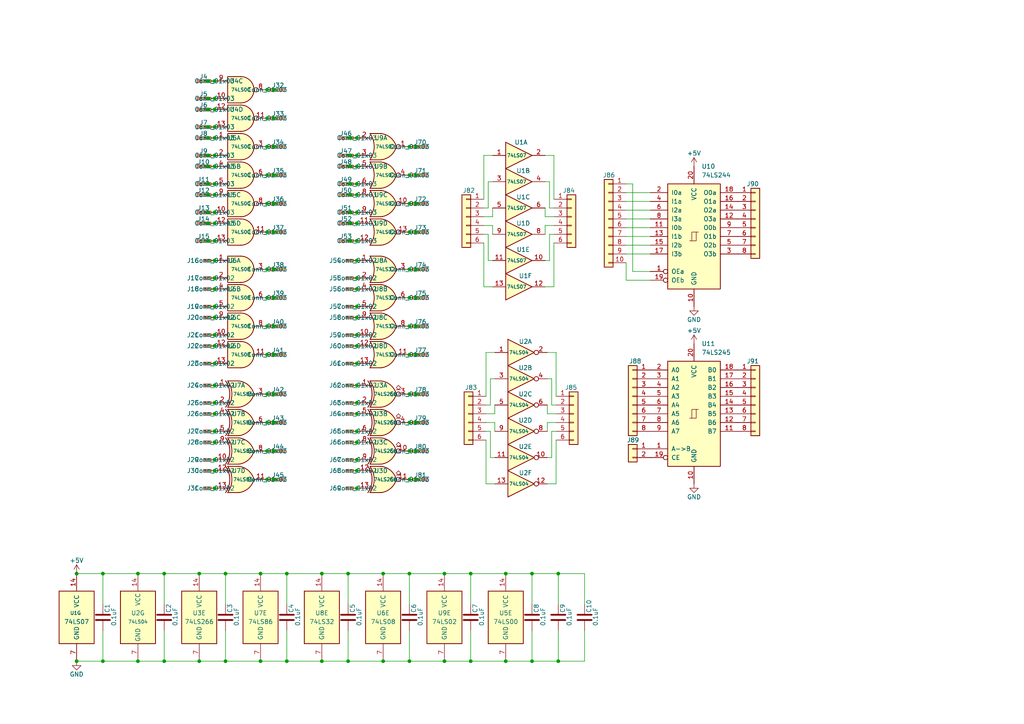
<source format=kicad_sch>
(kicad_sch (version 20231120) (generator "eeschema") (generator_version "8.0")
  (paper "A4")
  (junction (at 118.745 102.87))
  (junction (at 62.23 97.155))
  (junction (at 120.65 102.87))
  (junction (at 120.65 139.065))
  (junction (at 62.23 83.82))
  (junction (at 118.745 139.065))
  (junction (at 65.405 191.77))
  (junction (at 103.505 61.595))
  (junction (at 62.23 116.84))
  (junction (at 118.745 166.37))
  (junction (at 57.785 191.77))
  (junction (at 60.325 40.005))
  (junction (at 77.47 34.29))
  (junction (at 75.565 191.77))
  (junction (at 128.905 166.37))
  (junction (at 103.505 48.26))
  (junction (at 62.23 23.495))
  (junction (at 62.23 36.83))
  (junction (at 62.23 45.085))
  (junction (at 101.6 61.595))
  (junction (at 120.65 114.3))
  (junction (at 103.505 97.155))
  (junction (at 79.375 102.87))
  (junction (at 103.505 100.33))
  (junction (at 77.47 94.615))
  (junction (at 103.505 125.095))
  (junction (at 62.23 64.77))
  (junction (at 77.47 59.055))
  (junction (at 60.325 48.26))
  (junction (at 154.305 166.37))
  (junction (at 101.6 56.515))
  (junction (at 100.965 191.77))
  (junction (at 83.185 166.37))
  (junction (at 62.23 88.9))
  (junction (at 60.325 23.495))
  (junction (at 161.925 166.37))
  (junction (at 77.47 26.035))
  (junction (at 79.375 67.31))
  (junction (at 103.505 141.605))
  (junction (at 60.325 61.595))
  (junction (at 79.375 130.81))
  (junction (at 111.125 191.77))
  (junction (at 79.375 86.36))
  (junction (at 29.845 166.37))
  (junction (at 118.745 94.615))
  (junction (at 77.47 122.555))
  (junction (at 118.745 42.545))
  (junction (at 101.6 48.26))
  (junction (at 101.6 40.005))
  (junction (at 79.375 26.035))
  (junction (at 118.745 122.555))
  (junction (at 47.625 166.37))
  (junction (at 62.23 105.41))
  (junction (at 62.23 80.645))
  (junction (at 75.565 166.37))
  (junction (at 103.505 136.525))
  (junction (at 146.685 166.37))
  (junction (at 111.125 166.37))
  (junction (at 79.375 59.055))
  (junction (at 120.65 67.31))
  (junction (at 65.405 166.37))
  (junction (at 100.965 166.37))
  (junction (at 62.23 128.27))
  (junction (at 79.375 50.8))
  (junction (at 103.505 128.27))
  (junction (at 101.6 53.34))
  (junction (at 60.325 45.085))
  (junction (at 120.65 94.615))
  (junction (at 118.745 130.81))
  (junction (at 120.65 122.555))
  (junction (at 47.625 191.77))
  (junction (at 93.345 166.37))
  (junction (at 103.505 120.015))
  (junction (at 103.505 83.82))
  (junction (at 103.505 105.41))
  (junction (at 103.505 56.515))
  (junction (at 93.345 191.77))
  (junction (at 62.23 111.76))
  (junction (at 120.65 78.105))
  (junction (at 77.47 139.065))
  (junction (at 136.525 191.77))
  (junction (at 62.23 125.095))
  (junction (at 118.745 191.77))
  (junction (at 62.23 40.005))
  (junction (at 22.225 166.37))
  (junction (at 103.505 133.35))
  (junction (at 79.375 42.545))
  (junction (at 120.65 86.36))
  (junction (at 79.375 139.065))
  (junction (at 62.23 31.75))
  (junction (at 118.745 114.3))
  (junction (at 60.325 31.75))
  (junction (at 79.375 78.105))
  (junction (at 60.325 56.515))
  (junction (at 62.23 92.075))
  (junction (at 103.505 92.075))
  (junction (at 62.23 75.565))
  (junction (at 101.6 64.77))
  (junction (at 77.47 86.36))
  (junction (at 62.23 100.33))
  (junction (at 29.845 191.77))
  (junction (at 22.225 191.77))
  (junction (at 120.65 130.81))
  (junction (at 40.005 166.37))
  (junction (at 62.23 61.595))
  (junction (at 60.325 69.85))
  (junction (at 146.685 191.77))
  (junction (at 154.305 191.77))
  (junction (at 118.745 67.31))
  (junction (at 62.23 56.515))
  (junction (at 79.375 94.615))
  (junction (at 62.23 28.575))
  (junction (at 83.185 191.77))
  (junction (at 103.505 45.085))
  (junction (at 40.005 191.77))
  (junction (at 103.505 88.9))
  (junction (at 103.505 40.005))
  (junction (at 118.745 50.8))
  (junction (at 79.375 34.29))
  (junction (at 77.47 42.545))
  (junction (at 101.6 45.085))
  (junction (at 120.65 50.8))
  (junction (at 60.325 53.34))
  (junction (at 103.505 75.565))
  (junction (at 118.745 86.36))
  (junction (at 79.375 122.555))
  (junction (at 103.505 53.34))
  (junction (at 60.325 28.575))
  (junction (at 62.23 136.525))
  (junction (at 79.375 114.3))
  (junction (at 101.6 69.85))
  (junction (at 118.745 78.105))
  (junction (at 77.47 114.3))
  (junction (at 103.505 69.85))
  (junction (at 120.65 42.545))
  (junction (at 62.23 48.26))
  (junction (at 103.505 116.84))
  (junction (at 60.325 36.83))
  (junction (at 77.47 67.31))
  (junction (at 77.47 102.87))
  (junction (at 57.785 166.37))
  (junction (at 103.505 111.76))
  (junction (at 118.745 59.055))
  (junction (at 62.23 69.85))
  (junction (at 128.905 191.77))
  (junction (at 161.925 191.77))
  (junction (at 62.23 53.34))
  (junction (at 136.525 166.37))
  (junction (at 62.23 120.015))
  (junction (at 120.65 59.055))
  (junction (at 62.23 141.605))
  (junction (at 62.23 133.35))
  (junction (at 77.47 78.105))
  (junction (at 77.47 50.8))
  (junction (at 103.505 64.77))
  (junction (at 60.325 64.77))
  (junction (at 77.47 130.81))
  (junction (at 103.505 80.645))
  (wire (pts (xy 62.23 97.155) (xy 60.325 97.155)))
  (wire (pts (xy 62.23 136.525) (xy 60.325 136.525)))
  (wire (pts (xy 100.965 166.37) (xy 111.125 166.37)))
  (wire (pts (xy 169.545 166.37) (xy 161.925 166.37)))
  (wire (pts (xy 181.61 55.88) (xy 188.595 55.88)))
  (wire (pts (xy 136.525 166.37) (xy 136.525 175.26)))
  (wire (pts (xy 62.23 105.41) (xy 60.325 105.41)))
  (wire (pts (xy 58.42 23.495) (xy 60.325 23.495)))
  (wire (pts (xy 140.97 117.475) (xy 142.24 117.475)))
  (wire (pts (xy 81.28 26.035) (xy 79.375 26.035)))
  (wire (pts (xy 161.925 191.77) (xy 154.305 191.77)))
  (wire (pts (xy 62.23 128.27) (xy 60.325 128.27)))
  (wire (pts (xy 161.925 175.26) (xy 161.925 166.37)))
  (wire (pts (xy 128.905 166.37) (xy 136.525 166.37)))
  (wire (pts (xy 159.385 67.945) (xy 159.385 75.565)))
  (wire (pts (xy 75.565 166.37) (xy 83.185 166.37)))
  (wire (pts (xy 159.385 52.705) (xy 158.115 52.705)))
  (wire (pts (xy 58.42 45.085) (xy 60.325 45.085)))
  (wire (pts (xy 101.6 69.85) (xy 103.505 69.85)))
  (wire (pts (xy 120.65 59.055) (xy 118.745 59.055)))
  (wire (pts (xy 140.97 102.235) (xy 143.51 102.235)))
  (wire (pts (xy 140.97 125.095) (xy 142.24 125.095)))
  (wire (pts (xy 128.905 191.77) (xy 136.525 191.77)))
  (wire (pts (xy 101.6 56.515) (xy 103.505 56.515)))
  (wire (pts (xy 103.505 111.76) (xy 101.6 111.76)))
  (wire (pts (xy 122.555 78.105) (xy 120.65 78.105)))
  (wire (pts (xy 140.335 45.085) (xy 142.875 45.085)))
  (wire (pts (xy 79.375 122.555) (xy 77.47 122.555)))
  (wire (pts (xy 60.325 64.77) (xy 62.23 64.77)))
  (wire (pts (xy 160.02 109.855) (xy 158.75 109.855)))
  (wire (pts (xy 60.325 45.085) (xy 62.23 45.085)))
  (wire (pts (xy 160.655 70.485) (xy 160.655 83.185)))
  (wire (pts (xy 103.505 128.27) (xy 101.6 128.27)))
  (wire (pts (xy 60.325 28.575) (xy 62.23 28.575)))
  (wire (pts (xy 60.325 40.005) (xy 62.23 40.005)))
  (wire (pts (xy 169.545 182.88) (xy 169.545 191.77)))
  (wire (pts (xy 79.375 102.87) (xy 77.47 102.87)))
  (wire (pts (xy 79.375 78.105) (xy 77.47 78.105)))
  (wire (pts (xy 183.515 78.74) (xy 188.595 78.74)))
  (wire (pts (xy 161.29 117.475) (xy 160.02 117.475)))
  (wire (pts (xy 79.375 86.36) (xy 77.47 86.36)))
  (wire (pts (xy 158.75 117.475) (xy 158.75 120.015)))
  (wire (pts (xy 99.695 40.005) (xy 101.6 40.005)))
  (wire (pts (xy 103.505 133.35) (xy 101.6 133.35)))
  (wire (pts (xy 58.42 48.26) (xy 60.325 48.26)))
  (wire (pts (xy 158.115 65.405) (xy 158.115 67.945)))
  (wire (pts (xy 169.545 191.77) (xy 161.925 191.77)))
  (wire (pts (xy 29.845 166.37) (xy 40.005 166.37)))
  (wire (pts (xy 111.125 166.37) (xy 118.745 166.37)))
  (wire (pts (xy 136.525 191.77) (xy 146.685 191.77)))
  (wire (pts (xy 118.745 182.88) (xy 118.745 191.77)))
  (wire (pts (xy 93.345 166.37) (xy 100.965 166.37)))
  (wire (pts (xy 47.625 182.88) (xy 47.625 191.77)))
  (wire (pts (xy 65.405 166.37) (xy 75.565 166.37)))
  (wire (pts (xy 142.875 65.405) (xy 142.875 67.945)))
  (wire (pts (xy 154.305 191.77) (xy 146.685 191.77)))
  (wire (pts (xy 60.325 36.83) (xy 62.23 36.83)))
  (wire (pts (xy 81.28 94.615) (xy 79.375 94.615)))
  (wire (pts (xy 161.29 140.335) (xy 158.75 140.335)))
  (wire (pts (xy 161.29 102.235) (xy 158.75 102.235)))
  (wire (pts (xy 101.6 40.005) (xy 103.505 40.005)))
  (wire (pts (xy 120.65 114.3) (xy 118.745 114.3)))
  (wire (pts (xy 122.555 94.615) (xy 120.65 94.615)))
  (wire (pts (xy 122.555 86.36) (xy 120.65 86.36)))
  (wire (pts (xy 57.785 166.37) (xy 65.405 166.37)))
  (wire (pts (xy 81.28 67.31) (xy 79.375 67.31)))
  (wire (pts (xy 62.23 88.9) (xy 60.325 88.9)))
  (wire (pts (xy 122.555 130.81) (xy 120.65 130.81)))
  (wire (pts (xy 60.325 23.495) (xy 62.23 23.495)))
  (wire (pts (xy 183.515 53.34) (xy 183.515 78.74)))
  (wire (pts (xy 136.525 166.37) (xy 146.685 166.37)))
  (wire (pts (xy 160.655 83.185) (xy 158.115 83.185)))
  (wire (pts (xy 140.335 60.325) (xy 141.605 60.325)))
  (wire (pts (xy 120.65 50.8) (xy 118.745 50.8)))
  (wire (pts (xy 62.23 80.645) (xy 60.325 80.645)))
  (wire (pts (xy 62.23 92.075) (xy 60.325 92.075)))
  (wire (pts (xy 136.525 182.88) (xy 136.525 191.77)))
  (wire (pts (xy 99.695 48.26) (xy 101.6 48.26)))
  (wire (pts (xy 103.505 92.075) (xy 101.6 92.075)))
  (wire (pts (xy 154.305 166.37) (xy 146.685 166.37)))
  (wire (pts (xy 99.695 53.34) (xy 101.6 53.34)))
  (wire (pts (xy 160.655 67.945) (xy 159.385 67.945)))
  (wire (pts (xy 58.42 36.83) (xy 60.325 36.83)))
  (wire (pts (xy 62.23 120.015) (xy 60.325 120.015)))
  (wire (pts (xy 29.845 166.37) (xy 29.845 175.26)))
  (wire (pts (xy 47.625 191.77) (xy 57.785 191.77)))
  (wire (pts (xy 103.505 125.095) (xy 101.6 125.095)))
  (wire (pts (xy 99.695 45.085) (xy 101.6 45.085)))
  (wire (pts (xy 161.29 114.935) (xy 161.29 102.235)))
  (wire (pts (xy 81.28 122.555) (xy 79.375 122.555)))
  (wire (pts (xy 79.375 139.065) (xy 77.47 139.065)))
  (wire (pts (xy 141.605 60.325) (xy 141.605 52.705)))
  (wire (pts (xy 142.24 117.475) (xy 142.24 109.855)))
  (wire (pts (xy 103.505 105.41) (xy 101.6 105.41)))
  (wire (pts (xy 81.28 139.065) (xy 79.375 139.065)))
  (wire (pts (xy 143.51 117.475) (xy 143.51 120.015)))
  (wire (pts (xy 101.6 64.77) (xy 103.505 64.77)))
  (wire (pts (xy 118.745 166.37) (xy 128.905 166.37)))
  (wire (pts (xy 143.51 122.555) (xy 143.51 125.095)))
  (wire (pts (xy 142.24 109.855) (xy 143.51 109.855)))
  (wire (pts (xy 160.655 65.405) (xy 158.115 65.405)))
  (wire (pts (xy 40.005 191.77) (xy 47.625 191.77)))
  (wire (pts (xy 160.02 132.715) (xy 158.75 132.715)))
  (wire (pts (xy 101.6 48.26) (xy 103.505 48.26)))
  (wire (pts (xy 79.375 67.31) (xy 77.47 67.31)))
  (wire (pts (xy 79.375 50.8) (xy 77.47 50.8)))
  (wire (pts (xy 160.655 60.325) (xy 159.385 60.325)))
  (wire (pts (xy 81.28 114.3) (xy 79.375 114.3)))
  (wire (pts (xy 120.65 139.065) (xy 118.745 139.065)))
  (wire (pts (xy 181.61 71.12) (xy 188.595 71.12)))
  (wire (pts (xy 101.6 45.085) (xy 103.505 45.085)))
  (wire (pts (xy 60.325 48.26) (xy 62.23 48.26)))
  (wire (pts (xy 62.23 141.605) (xy 60.325 141.605)))
  (wire (pts (xy 40.005 166.37) (xy 47.625 166.37)))
  (wire (pts (xy 100.965 182.88) (xy 100.965 191.77)))
  (wire (pts (xy 81.28 102.87) (xy 79.375 102.87)))
  (wire (pts (xy 158.75 120.015) (xy 161.29 120.015)))
  (wire (pts (xy 140.335 70.485) (xy 140.335 83.185)))
  (wire (pts (xy 158.75 122.555) (xy 158.75 125.095)))
  (wire (pts (xy 142.24 125.095) (xy 142.24 132.715)))
  (wire (pts (xy 62.23 125.095) (xy 60.325 125.095)))
  (wire (pts (xy 103.505 120.015) (xy 101.6 120.015)))
  (wire (pts (xy 58.42 61.595) (xy 60.325 61.595)))
  (wire (pts (xy 140.335 83.185) (xy 142.875 83.185)))
  (wire (pts (xy 83.185 166.37) (xy 83.185 175.26)))
  (wire (pts (xy 65.405 166.37) (xy 65.405 175.26)))
  (wire (pts (xy 120.65 130.81) (xy 118.745 130.81)))
  (wire (pts (xy 161.29 127.635) (xy 161.29 140.335)))
  (wire (pts (xy 118.745 191.77) (xy 128.905 191.77)))
  (wire (pts (xy 122.555 139.065) (xy 120.65 139.065)))
  (wire (pts (xy 181.61 73.66) (xy 188.595 73.66)))
  (wire (pts (xy 160.655 57.785) (xy 160.655 45.085)))
  (wire (pts (xy 58.42 56.515) (xy 60.325 56.515)))
  (wire (pts (xy 79.375 42.545) (xy 77.47 42.545)))
  (wire (pts (xy 142.875 60.325) (xy 142.875 62.865)))
  (wire (pts (xy 83.185 166.37) (xy 93.345 166.37)))
  (wire (pts (xy 62.23 100.33) (xy 60.325 100.33)))
  (wire (pts (xy 158.115 60.325) (xy 158.115 62.865)))
  (wire (pts (xy 103.505 116.84) (xy 101.6 116.84)))
  (wire (pts (xy 103.505 80.645) (xy 101.6 80.645)))
  (wire (pts (xy 161.29 125.095) (xy 160.02 125.095)))
  (wire (pts (xy 99.695 61.595) (xy 101.6 61.595)))
  (wire (pts (xy 65.405 182.88) (xy 65.405 191.77)))
  (wire (pts (xy 100.965 166.37) (xy 100.965 175.26)))
  (wire (pts (xy 159.385 60.325) (xy 159.385 52.705)))
  (wire (pts (xy 120.65 78.105) (xy 118.745 78.105)))
  (wire (pts (xy 22.225 191.77) (xy 29.845 191.77)))
  (wire (pts (xy 161.29 122.555) (xy 158.75 122.555)))
  (wire (pts (xy 181.61 81.28) (xy 188.595 81.28)))
  (wire (pts (xy 79.375 130.81) (xy 77.47 130.81)))
  (wire (pts (xy 141.605 52.705) (xy 142.875 52.705)))
  (wire (pts (xy 103.505 97.155) (xy 101.6 97.155)))
  (wire (pts (xy 140.97 127.635) (xy 140.97 140.335)))
  (wire (pts (xy 140.97 140.335) (xy 143.51 140.335)))
  (wire (pts (xy 29.845 191.77) (xy 40.005 191.77)))
  (wire (pts (xy 60.325 31.75) (xy 62.23 31.75)))
  (wire (pts (xy 181.61 53.34) (xy 183.515 53.34)))
  (wire (pts (xy 120.65 94.615) (xy 118.745 94.615)))
  (wire (pts (xy 99.695 69.85) (xy 101.6 69.85)))
  (wire (pts (xy 142.875 62.865) (xy 140.335 62.865)))
  (wire (pts (xy 160.655 45.085) (xy 158.115 45.085)))
  (wire (pts (xy 101.6 53.34) (xy 103.505 53.34)))
  (wire (pts (xy 60.325 69.85) (xy 62.23 69.85)))
  (wire (pts (xy 118.745 166.37) (xy 118.745 175.26)))
  (wire (pts (xy 58.42 69.85) (xy 60.325 69.85)))
  (wire (pts (xy 57.785 191.77) (xy 65.405 191.77)))
  (wire (pts (xy 143.51 120.015) (xy 140.97 120.015)))
  (wire (pts (xy 122.555 42.545) (xy 120.65 42.545)))
  (wire (pts (xy 140.97 114.935) (xy 140.97 102.235)))
  (wire (pts (xy 103.505 88.9) (xy 101.6 88.9)))
  (wire (pts (xy 122.555 102.87) (xy 120.65 102.87)))
  (wire (pts (xy 93.345 191.77) (xy 100.965 191.77)))
  (wire (pts (xy 158.115 62.865) (xy 160.655 62.865)))
  (wire (pts (xy 141.605 67.945) (xy 141.605 75.565)))
  (wire (pts (xy 81.28 42.545) (xy 79.375 42.545)))
  (wire (pts (xy 181.61 58.42) (xy 188.595 58.42)))
  (wire (pts (xy 120.65 86.36) (xy 118.745 86.36)))
  (wire (pts (xy 22.225 166.37) (xy 29.845 166.37)))
  (wire (pts (xy 58.42 31.75) (xy 60.325 31.75)))
  (wire (pts (xy 154.305 175.26) (xy 154.305 166.37)))
  (wire (pts (xy 62.23 133.35) (xy 60.325 133.35)))
  (wire (pts (xy 181.61 60.96) (xy 188.595 60.96)))
  (wire (pts (xy 122.555 59.055) (xy 120.65 59.055)))
  (wire (pts (xy 62.23 111.76) (xy 60.325 111.76)))
  (wire (pts (xy 83.185 191.77) (xy 93.345 191.77)))
  (wire (pts (xy 47.625 166.37) (xy 57.785 166.37)))
  (wire (pts (xy 75.565 191.77) (xy 83.185 191.77)))
  (wire (pts (xy 99.695 64.77) (xy 101.6 64.77)))
  (wire (pts (xy 81.28 34.29) (xy 79.375 34.29)))
  (wire (pts (xy 81.28 130.81) (xy 79.375 130.81)))
  (wire (pts (xy 181.61 76.2) (xy 181.61 81.28)))
  (wire (pts (xy 103.505 136.525) (xy 101.6 136.525)))
  (wire (pts (xy 62.23 75.565) (xy 60.325 75.565)))
  (wire (pts (xy 140.335 65.405) (xy 142.875 65.405)))
  (wire (pts (xy 122.555 122.555) (xy 120.65 122.555)))
  (wire (pts (xy 60.325 56.515) (xy 62.23 56.515)))
  (wire (pts (xy 81.28 59.055) (xy 79.375 59.055)))
  (wire (pts (xy 100.965 191.77) (xy 111.125 191.77)))
  (wire (pts (xy 58.42 28.575) (xy 60.325 28.575)))
  (wire (pts (xy 159.385 75.565) (xy 158.115 75.565)))
  (wire (pts (xy 181.61 63.5) (xy 188.595 63.5)))
  (wire (pts (xy 181.61 66.04) (xy 188.595 66.04)))
  (wire (pts (xy 154.305 182.88) (xy 154.305 191.77)))
  (wire (pts (xy 103.505 141.605) (xy 101.6 141.605)))
  (wire (pts (xy 103.505 83.82) (xy 101.6 83.82)))
  (wire (pts (xy 120.65 67.31) (xy 118.745 67.31)))
  (wire (pts (xy 47.625 166.37) (xy 47.625 175.26)))
  (wire (pts (xy 120.65 42.545) (xy 118.745 42.545)))
  (wire (pts (xy 79.375 26.035) (xy 77.47 26.035)))
  (wire (pts (xy 60.325 61.595) (xy 62.23 61.595)))
  (wire (pts (xy 79.375 94.615) (xy 77.47 94.615)))
  (wire (pts (xy 99.695 56.515) (xy 101.6 56.515)))
  (wire (pts (xy 62.23 83.82) (xy 60.325 83.82)))
  (wire (pts (xy 160.02 117.475) (xy 160.02 109.855)))
  (wire (pts (xy 58.42 40.005) (xy 60.325 40.005)))
  (wire (pts (xy 81.28 50.8) (xy 79.375 50.8)))
  (wire (pts (xy 120.65 102.87) (xy 118.745 102.87)))
  (wire (pts (xy 62.23 116.84) (xy 60.325 116.84)))
  (wire (pts (xy 140.335 67.945) (xy 141.605 67.945)))
  (wire (pts (xy 181.61 68.58) (xy 188.595 68.58)))
  (wire (pts (xy 79.375 59.055) (xy 77.47 59.055)))
  (wire (pts (xy 120.65 122.555) (xy 118.745 122.555)))
  (wire (pts (xy 81.28 78.105) (xy 79.375 78.105)))
  (wire (pts (xy 103.505 100.33) (xy 101.6 100.33)))
  (wire (pts (xy 161.925 166.37) (xy 154.305 166.37)))
  (wire (pts (xy 58.42 53.34) (xy 60.325 53.34)))
  (wire (pts (xy 161.925 182.88) (xy 161.925 191.77)))
  (wire (pts (xy 83.185 182.88) (xy 83.185 191.77)))
  (wire (pts (xy 141.605 75.565) (xy 142.875 75.565)))
  (wire (pts (xy 160.02 125.095) (xy 160.02 132.715)))
  (wire (pts (xy 29.845 182.88) (xy 29.845 191.77)))
  (wire (pts (xy 111.125 191.77) (xy 118.745 191.77)))
  (wire (pts (xy 101.6 61.595) (xy 103.505 61.595)))
  (wire (pts (xy 58.42 64.77) (xy 60.325 64.77)))
  (wire (pts (xy 140.97 122.555) (xy 143.51 122.555)))
  (wire (pts (xy 140.335 57.785) (xy 140.335 45.085)))
  (wire (pts (xy 103.505 75.565) (xy 101.6 75.565)))
  (wire (pts (xy 142.24 132.715) (xy 143.51 132.715)))
  (wire (pts (xy 122.555 67.31) (xy 120.65 67.31)))
  (wire (pts (xy 60.325 53.34) (xy 62.23 53.34)))
  (wire (pts (xy 122.555 114.3) (xy 120.65 114.3)))
  (wire (pts (xy 169.545 175.26) (xy 169.545 166.37)))
  (wire (pts (xy 79.375 114.3) (xy 77.47 114.3)))
  (wire (pts (xy 65.405 191.77) (xy 75.565 191.77)))
  (wire (pts (xy 81.28 86.36) (xy 79.375 86.36)))
  (wire (pts (xy 122.555 50.8) (xy 120.65 50.8)))
  (wire (pts (xy 79.375 34.29) (xy 77.47 34.29)))
  (symbol (lib_id "74xx:74LS86") (at 69.85 130.81 0) (unit 3)
    (property "Reference" "U7" (at 69.215 128.27 0))
    (property "Value" "74LS86" (at 70.485 130.81 0) (effects (font (size 1 1))))
    (property "Footprint" "Package_SO:SOIC-14_3.9x8.7mm_P1.27mm" (effects (hide yes)))
    (property "Datasheet" "74xx/74ls86.pdf" (effects (hide yes)))
  )
  (symbol (lib_id "RetroStackLibrary:Conn_01x03_Short") (at 103.505 61.595 180) (unit 1)
    (property "Reference" "J51" (at 100.33 60.325 0))
    (property "Value" "Conn_01x03" (at 103.505 61.595 0))
    (property "Footprint" "Connector_PinSocket_2.54mm:PinSocket_1x03_P2.54mm_Vertical" (effects (hide yes)))
  )
  (symbol (lib_id "RetroStackLibrary:Conn_01x03_Short") (at 62.23 31.75 180) (unit 1)
    (property "Reference" "J6" (at 59.055 30.48 0))
    (property "Value" "Conn_01x03" (at 62.23 31.75 0))
    (property "Footprint" "Connector_PinSocket_2.54mm:PinSocket_1x03_P2.54mm_Vertical" (effects (hide yes)))
  )
  (symbol (lib_id "74xx:74LS86") (at 69.85 122.555 0) (unit 2)
    (property "Reference" "U7" (at 69.215 120.015 0))
    (property "Value" "74LS86" (at 70.485 122.555 0) (effects (font (size 1 1))))
    (property "Footprint" "Package_SO:SOIC-14_3.9x8.7mm_P1.27mm" (effects (hide yes)))
    (property "Datasheet" "74xx/74ls86.pdf" (effects (hide yes)))
  )
  (symbol (lib_id "74xx:74LS04") (at 151.13 132.715 0) (unit 5)
    (property "Reference" "U2" (at 152.4 129.54 0))
    (property "Value" "74LS04" (at 150.495 132.715 0) (effects (font (size 1 1))))
    (property "Footprint" "Package_SO:SOIC-14_3.9x8.7mm_P1.27mm" (effects (hide yes)))
    (property "Datasheet" "http://www.ti.com/lit/gpn/sn74LS04" (effects (hide yes)))
  )
  (symbol (lib_id "74xx:74LS08") (at 69.85 94.615 0) (unit 3)
    (property "Reference" "U6" (at 67.945 92.075 0))
    (property "Value" "74LS08" (at 69.85 94.615 0) (effects (font (size 1 1))))
    (property "Footprint" "Package_SO:SOIC-14_3.9x8.7mm_P1.27mm" (effects (hide yes)))
    (property "Datasheet" "http://www.ti.com/lit/gpn/sn74LS08" (effects (hide yes)))
  )
  (symbol (lib_id "RetroStackLibrary:Conn_01x03_Short") (at 62.23 40.005 180) (unit 1)
    (property "Reference" "J8" (at 59.055 38.735 0))
    (property "Value" "Conn_01x03" (at 62.23 40.005 0))
    (property "Footprint" "Connector_PinSocket_2.54mm:PinSocket_1x03_P2.54mm_Vertical" (effects (hide yes)))
  )
  (symbol (lib_id "74xx:74LS00") (at 69.85 59.055 0) (unit 3)
    (property "Reference" "U5" (at 67.945 56.515 0))
    (property "Value" "74LS00" (at 69.85 59.055 0) (effects (font (size 1 1))))
    (property "Footprint" "Package_SO:SOIC-14_3.9x8.7mm_P1.27mm" (effects (hide yes)))
    (property "Datasheet" "http://www.ti.com/lit/gpn/sn74ls00" (effects (hide yes)))
  )
  (symbol (lib_id "74xx:74LS04") (at 151.13 125.095 0) (unit 4)
    (property "Reference" "U2" (at 152.4 121.92 0))
    (property "Value" "74LS04" (at 150.495 125.095 0) (effects (font (size 1 1))))
    (property "Footprint" "Package_SO:SOIC-14_3.9x8.7mm_P1.27mm" (effects (hide yes)))
    (property "Datasheet" "http://www.ti.com/lit/gpn/sn74LS04" (effects (hide yes)))
  )
  (symbol (lib_id "RetroStackLibrary:Conn_01x02_Short") (at 103.505 97.155 180) (unit 1)
    (property "Reference" "J59" (at 99.06 97.155 0) (effects (justify left)))
    (property "Value" "Conn_01x02" (at 103.505 97.155 0))
    (property "Footprint" "Connector_PinSocket_2.54mm:PinSocket_1x02_P2.54mm_Vertical" (effects (hide yes)))
  )
  (symbol (lib_id "74xx:74LS02") (at 111.125 42.545 0) (unit 1)
    (property "Reference" "U9" (at 110.49 40.005 0))
    (property "Value" "74LS02" (at 111.76 42.545 0) (effects (font (size 1 1))))
    (property "Footprint" "Package_SO:SOIC-14_3.9x8.7mm_P1.27mm" (effects (hide yes)))
    (property "Datasheet" "http://www.ti.com/lit/gpn/sn74ls02" (effects (hide yes)))
  )
  (symbol (lib_id "RetroStackLibrary:Conn_01x03_Short") (at 77.47 114.3 0) (unit 1)
    (property "Reference" "J42" (at 80.645 113.03 0))
    (property "Value" "Conn_01x03" (at 77.47 114.3 0))
    (property "Footprint" "Connector_PinSocket_2.54mm:PinSocket_1x03_P2.54mm_Vertical" (effects (hide yes)))
  )
  (symbol (lib_id "RetroStackLibrary:Conn_01x03_Short") (at 118.745 130.81 0) (unit 1)
    (property "Reference" "J80" (at 121.92 129.54 0))
    (property "Value" "Conn_01x03" (at 118.745 130.81 0))
    (property "Footprint" "Connector_PinSocket_2.54mm:PinSocket_1x03_P2.54mm_Vertical" (effects (hide yes)))
  )
  (symbol (lib_id "power:+5V") (at 22.225 166.37 0) (unit 1)
    (property "Reference" "#PWR05" (effects (hide yes)))
    (property "Value" "+5V" (at 22.225 162.56 0))
  )
  (symbol (lib_id "RetroStackLibrary:Conn_01x03_Short") (at 118.745 94.615 0) (unit 1)
    (property "Reference" "J76" (at 121.92 93.345 0))
    (property "Value" "Conn_01x03" (at 118.745 94.615 0))
    (property "Footprint" "Connector_PinSocket_2.54mm:PinSocket_1x03_P2.54mm_Vertical" (effects (hide yes)))
  )
  (symbol (lib_id "74xx:74LS04") (at 151.13 140.335 0) (unit 6)
    (property "Reference" "U2" (at 152.4 137.16 0))
    (property "Value" "74LS04" (at 150.495 140.335 0) (effects (font (size 1 1))))
    (property "Footprint" "Package_SO:SOIC-14_3.9x8.7mm_P1.27mm" (effects (hide yes)))
    (property "Datasheet" "http://www.ti.com/lit/gpn/sn74LS04" (effects (hide yes)))
  )
  (symbol (lib_id "74xx:74LS244") (at 201.295 68.58 0) (unit 1)
    (property "Reference" "U10" (at 203.4891 48.26 0) (effects (justify left)))
    (property "Value" "74LS244" (at 203.4891 50.8 0) (effects (justify left)))
    (property "Footprint" "Package_SO:SOIC-20W_7.5x12.8mm_P1.27mm" (effects (hide yes)))
    (property "Datasheet" "http://www.ti.com/lit/ds/symlink/sn74ls244.pdf" (effects (hide yes)))
  )
  (symbol (lib_id "Device:C") (at 169.545 179.07 0) (unit 1)
    (property "Reference" "C10" (at 170.815 177.8 90) (effects (justify left)))
    (property "Value" "0.1uF" (at 172.72 181.61 90) (effects (justify left)))
    (property "Footprint" "Capacitor_SMD:C_0805_2012Metric_Pad1.18x1.45mm_HandSolder" (effects (hide yes)))
  )
  (symbol (lib_id "74xx:74LS00") (at 146.685 179.07 0) (unit 5)
    (property "Reference" "U5" (at 146.685 177.8 0))
    (property "Value" "74LS00" (at 146.685 180.34 0))
    (property "Footprint" "Package_SO:SOIC-14_3.9x8.7mm_P1.27mm" (effects (hide yes)))
    (property "Datasheet" "http://www.ti.com/lit/gpn/sn74ls00" (effects (hide yes)))
  )
  (symbol (lib_id "RetroStackLibrary:Conn_01x03_Short") (at 62.23 53.34 180) (unit 1)
    (property "Reference" "J11" (at 59.055 52.07 0))
    (property "Value" "Conn_01x03" (at 62.23 53.34 0))
    (property "Footprint" "Connector_PinSocket_2.54mm:PinSocket_1x03_P2.54mm_Vertical" (effects (hide yes)))
  )
  (symbol (lib_id "Connector_Generic:Conn_01x06") (at 135.255 62.865 0) (mirror y) (unit 1)
    (property "Reference" "J82" (at 137.795 55.245 0) (effects (justify left)))
    (property "Value" "Conn_01x06" (effects (hide yes)))
    (property "Footprint" "Connector_PinSocket_2.54mm:PinSocket_1x06_P2.54mm_Vertical" (effects (hide yes)))
  )
  (symbol (lib_id "Device:C") (at 154.305 179.07 0) (unit 1)
    (property "Reference" "C8" (at 155.575 177.8 90) (effects (justify left)))
    (property "Value" "0.1uF" (at 157.48 181.61 90) (effects (justify left)))
    (property "Footprint" "Capacitor_SMD:C_0805_2012Metric_Pad1.18x1.45mm_HandSolder" (effects (hide yes)))
  )
  (symbol (lib_id "RetroStackLibrary:Conn_01x03_Short") (at 103.505 48.26 180) (unit 1)
    (property "Reference" "J48" (at 100.33 46.99 0))
    (property "Value" "Conn_01x03" (at 103.505 48.26 0))
    (property "Footprint" "Connector_PinSocket_2.54mm:PinSocket_1x03_P2.54mm_Vertical" (effects (hide yes)))
  )
  (symbol (lib_id "RetroStackLibrary:Conn_01x03_Short") (at 62.23 28.575 180) (unit 1)
    (property "Reference" "J5" (at 59.055 27.305 0))
    (property "Value" "Conn_01x03" (at 62.23 28.575 0))
    (property "Footprint" "Connector_PinSocket_2.54mm:PinSocket_1x03_P2.54mm_Vertical" (effects (hide yes)))
  )
  (symbol (lib_id "RetroStackLibrary:Conn_01x02_Short") (at 62.23 125.095 180) (unit 1)
    (property "Reference" "J27" (at 57.785 125.095 0) (effects (justify left)))
    (property "Value" "Conn_01x02" (at 62.23 125.095 0))
    (property "Footprint" "Connector_PinSocket_2.54mm:PinSocket_1x02_P2.54mm_Vertical" (effects (hide yes)))
  )
  (symbol (lib_id "Connector_Generic:Conn_01x08") (at 219.075 114.935 0) (unit 1)
    (property "Reference" "J91" (at 216.535 104.775 0) (effects (justify left)))
    (property "Value" "Conn_01x08" (effects (hide yes)))
    (property "Footprint" "Connector_PinSocket_2.54mm:PinSocket_1x08_P2.54mm_Vertical" (effects (hide yes)))
  )
  (symbol (lib_id "74xx:74LS07") (at 150.495 83.185 0) (unit 6)
    (property "Reference" "U1" (at 152.4 80.01 0))
    (property "Value" "74LS07" (at 149.86 83.185 0) (effects (font (size 1 1))))
    (property "Footprint" "Package_SO:SOIC-14_3.9x8.7mm_P1.27mm" (effects (hide yes)))
    (property "Datasheet" "www.ti.com/lit/ds/symlink/sn74ls07.pdf" (effects (hide yes)))
  )
  (symbol (lib_id "RetroStackLibrary:Conn_01x02_Short") (at 103.505 105.41 180) (unit 1)
    (property "Reference" "J61" (at 99.06 105.41 0) (effects (justify left)))
    (property "Value" "Conn_01x02" (at 103.505 105.41 0))
    (property "Footprint" "Connector_PinSocket_2.54mm:PinSocket_1x02_P2.54mm_Vertical" (effects (hide yes)))
  )
  (symbol (lib_id "RetroStackLibrary:74LS266") (at 111.125 139.065 0) (unit 4)
    (property "Reference" "U3" (at 110.49 136.525 0))
    (property "Value" "74LS266" (at 111.76 139.065 0) (effects (font (size 1 1))))
    (property "Footprint" "Package_SO:SOIC-14_3.9x8.7mm_P1.27mm" (effects (hide yes)))
  )
  (symbol (lib_id "74xx:74LS00") (at 69.85 26.035 0) (unit 3)
    (property "Reference" "U4" (at 68.58 23.495 0))
    (property "Value" "74LS00" (at 69.85 26.035 0) (effects (font (size 1 1))))
    (property "Footprint" "Package_SO:SOIC-14_3.9x8.7mm_P1.27mm" (effects (hide yes)))
    (property "Datasheet" "http://www.ti.com/lit/gpn/sn74ls00" (effects (hide yes)))
  )
  (symbol (lib_id "RetroStackLibrary:Conn_01x02_Short") (at 103.505 92.075 180) (unit 1)
    (property "Reference" "J58" (at 99.06 92.075 0) (effects (justify left)))
    (property "Value" "Conn_01x02" (at 103.505 92.075 0))
    (property "Footprint" "Connector_PinSocket_2.54mm:PinSocket_1x02_P2.54mm_Vertical" (effects (hide yes)))
  )
  (symbol (lib_id "RetroStackLibrary:Conn_01x03_Short") (at 118.745 50.8 0) (unit 1)
    (property "Reference" "J71" (at 121.92 49.53 0))
    (property "Value" "Conn_01x03" (at 118.745 50.8 0))
    (property "Footprint" "Connector_PinSocket_2.54mm:PinSocket_1x03_P2.54mm_Vertical" (effects (hide yes)))
  )
  (symbol (lib_id "RetroStackLibrary:74LS266") (at 57.785 179.07 0) (unit 5)
    (property "Reference" "U3" (at 57.785 177.8 0))
    (property "Value" "74LS266" (at 57.785 180.34 0))
    (property "Footprint" "Package_SO:SOIC-14_3.9x8.7mm_P1.27mm" (effects (hide yes)))
  )
  (symbol (lib_id "Device:C") (at 47.625 179.07 0) (unit 1)
    (property "Reference" "C2" (at 48.895 177.8 90) (effects (justify left)))
    (property "Value" "0.1uF" (at 50.8 181.61 90) (effects (justify left)))
    (property "Footprint" "Capacitor_SMD:C_0805_2012Metric_Pad1.18x1.45mm_HandSolder" (effects (hide yes)))
  )
  (symbol (lib_id "Device:C") (at 118.745 179.07 0) (unit 1)
    (property "Reference" "C6" (at 120.015 177.8 90) (effects (justify left)))
    (property "Value" "0.1uF" (at 121.92 181.61 90) (effects (justify left)))
    (property "Footprint" "Capacitor_SMD:C_0805_2012Metric_Pad1.18x1.45mm_HandSolder" (effects (hide yes)))
  )
  (symbol (lib_id "74xx:74LS00") (at 69.85 67.31 0) (unit 4)
    (property "Reference" "U5" (at 67.945 64.77 0))
    (property "Value" "74LS00" (at 69.85 67.31 0) (effects (font (size 1 1))))
    (property "Footprint" "Package_SO:SOIC-14_3.9x8.7mm_P1.27mm" (effects (hide yes)))
    (property "Datasheet" "http://www.ti.com/lit/gpn/sn74ls00" (effects (hide yes)))
  )
  (symbol (lib_id "RetroStackLibrary:Conn_01x03_Short") (at 77.47 78.105 0) (unit 1)
    (property "Reference" "J38" (at 80.645 76.835 0))
    (property "Value" "Conn_01x03" (at 77.47 78.105 0))
    (property "Footprint" "Connector_PinSocket_2.54mm:PinSocket_1x03_P2.54mm_Vertical" (effects (hide yes)))
  )
  (symbol (lib_id "74xx:74LS08") (at 111.125 179.07 0) (unit 5)
    (property "Reference" "U6" (at 111.125 177.8 0))
    (property "Value" "74LS08" (at 111.125 180.34 0))
    (property "Footprint" "Package_SO:SOIC-14_3.9x8.7mm_P1.27mm" (effects (hide yes)))
    (property "Datasheet" "http://www.ti.com/lit/gpn/sn74LS08" (effects (hide yes)))
  )
  (symbol (lib_id "Connector_Generic:Conn_01x02") (at 183.515 130.175 0) (mirror y) (unit 1)
    (property "Reference" "J89" (at 185.42 127.635 0) (effects (justify left)))
    (property "Value" "Conn_01x02" (effects (hide yes)))
    (property "Footprint" "Connector_PinSocket_2.54mm:PinSocket_1x02_P2.54mm_Vertical" (effects (hide yes)))
  )
  (symbol (lib_id "74xx:74LS32") (at 111.125 102.87 0) (unit 4)
    (property "Reference" "U8" (at 110.49 100.33 0))
    (property "Value" "74LS32" (at 111.76 102.87 0) (effects (font (size 1 1))))
    (property "Footprint" "Package_SO:SOIC-14_3.9x8.7mm_P1.27mm" (effects (hide yes)))
    (property "Datasheet" "http://www.ti.com/lit/gpn/sn74LS32" (effects (hide yes)))
  )
  (symbol (lib_id "Device:C") (at 161.925 179.07 0) (unit 1)
    (property "Reference" "C9" (at 163.195 177.8 90) (effects (justify left)))
    (property "Value" "0.1uF" (at 165.1 181.61 90) (effects (justify left)))
    (property "Footprint" "Capacitor_SMD:C_0805_2012Metric_Pad1.18x1.45mm_HandSolder" (effects (hide yes)))
  )
  (symbol (lib_id "RetroStackLibrary:Conn_01x03_Short") (at 62.23 64.77 180) (unit 1)
    (property "Reference" "J14" (at 59.055 63.5 0))
    (property "Value" "Conn_01x03" (at 62.23 64.77 0))
    (property "Footprint" "Connector_PinSocket_2.54mm:PinSocket_1x03_P2.54mm_Vertical" (effects (hide yes)))
  )
  (symbol (lib_id "RetroStackLibrary:Conn_01x02_Short") (at 103.505 100.33 180) (unit 1)
    (property "Reference" "J60" (at 99.06 100.33 0) (effects (justify left)))
    (property "Value" "Conn_01x02" (at 103.505 100.33 0))
    (property "Footprint" "Connector_PinSocket_2.54mm:PinSocket_1x02_P2.54mm_Vertical" (effects (hide yes)))
  )
  (symbol (lib_id "RetroStackLibrary:Conn_01x03_Short") (at 77.47 34.29 0) (unit 1)
    (property "Reference" "J33" (at 80.645 33.02 0))
    (property "Value" "Conn_01x03" (at 77.47 34.29 0))
    (property "Footprint" "Connector_PinSocket_2.54mm:PinSocket_1x03_P2.54mm_Vertical" (effects (hide yes)))
  )
  (symbol (lib_id "74xx:74LS32") (at 111.125 78.105 0) (unit 1)
    (property "Reference" "U8" (at 110.49 75.565 0))
    (property "Value" "74LS32" (at 111.76 78.105 0) (effects (font (size 1 1))))
    (property "Footprint" "Package_SO:SOIC-14_3.9x8.7mm_P1.27mm" (effects (hide yes)))
    (property "Datasheet" "http://www.ti.com/lit/gpn/sn74LS32" (effects (hide yes)))
  )
  (symbol (lib_id "74xx:74LS32") (at 111.125 86.36 0) (unit 2)
    (property "Reference" "U8" (at 110.49 83.82 0))
    (property "Value" "74LS32" (at 111.76 86.36 0) (effects (font (size 1 1))))
    (property "Footprint" "Package_SO:SOIC-14_3.9x8.7mm_P1.27mm" (effects (hide yes)))
    (property "Datasheet" "http://www.ti.com/lit/gpn/sn74LS32" (effects (hide yes)))
  )
  (symbol (lib_id "Device:C") (at 83.185 179.07 0) (unit 1)
    (property "Reference" "C4" (at 84.455 177.8 90) (effects (justify left)))
    (property "Value" "0.1uF" (at 86.36 181.61 90) (effects (justify left)))
    (property "Footprint" "Capacitor_SMD:C_0805_2012Metric_Pad1.18x1.45mm_HandSolder" (effects (hide yes)))
  )
  (symbol (lib_id "74xx:74LS86") (at 69.85 139.065 0) (unit 4)
    (property "Reference" "U7" (at 69.215 136.525 0))
    (property "Value" "74LS86" (at 70.485 139.065 0) (effects (font (size 1 1))))
    (property "Footprint" "Package_SO:SOIC-14_3.9x8.7mm_P1.27mm" (effects (hide yes)))
    (property "Datasheet" "74xx/74ls86.pdf" (effects (hide yes)))
  )
  (symbol (lib_id "Connector_Generic:Conn_01x08") (at 219.075 63.5 0) (unit 1)
    (property "Reference" "J90" (at 216.535 53.34 0) (effects (justify left)))
    (property "Value" "Conn_01x08" (effects (hide yes)))
    (property "Footprint" "Connector_PinSocket_2.54mm:PinSocket_1x08_P2.54mm_Vertical" (effects (hide yes)))
  )
  (symbol (lib_id "RetroStackLibrary:Conn_01x03_Short") (at 77.47 42.545 0) (unit 1)
    (property "Reference" "J34" (at 80.645 41.275 0))
    (property "Value" "Conn_01x03" (at 77.47 42.545 0))
    (property "Footprint" "Connector_PinSocket_2.54mm:PinSocket_1x03_P2.54mm_Vertical" (effects (hide yes)))
  )
  (symbol (lib_id "RetroStackLibrary:Conn_01x02_Short") (at 62.23 75.565 180) (unit 1)
    (property "Reference" "J16" (at 57.785 75.565 0) (effects (justify left)))
    (property "Value" "Conn_01x02" (at 62.23 75.565 0))
    (property "Footprint" "Connector_PinSocket_2.54mm:PinSocket_1x02_P2.54mm_Vertical" (effects (hide yes)))
  )
  (symbol (lib_id "RetroStackLibrary:Conn_01x03_Short") (at 62.23 48.26 180) (unit 1)
    (property "Reference" "J10" (at 59.055 46.99 0))
    (property "Value" "Conn_01x03" (at 62.23 48.26 0))
    (property "Footprint" "Connector_PinSocket_2.54mm:PinSocket_1x03_P2.54mm_Vertical" (effects (hide yes)))
  )
  (symbol (lib_id "RetroStackLibrary:Conn_01x02_Short") (at 62.23 80.645 180) (unit 1)
    (property "Reference" "J17" (at 57.785 80.645 0) (effects (justify left)))
    (property "Value" "Conn_01x02" (at 62.23 80.645 0))
    (property "Footprint" "Connector_PinSocket_2.54mm:PinSocket_1x02_P2.54mm_Vertical" (effects (hide yes)))
  )
  (symbol (lib_id "RetroStackLibrary:Conn_01x02_Short") (at 103.505 111.76 180) (unit 1)
    (property "Reference" "J62" (at 99.06 111.76 0) (effects (justify left)))
    (property "Value" "Conn_01x02" (at 103.505 111.76 0))
    (property "Footprint" "Connector_PinSocket_2.54mm:PinSocket_1x02_P2.54mm_Vertical" (effects (hide yes)))
  )
  (symbol (lib_id "RetroStackLibrary:Conn_01x02_Short") (at 103.505 128.27 180) (unit 1)
    (property "Reference" "J66" (at 99.06 128.27 0) (effects (justify left)))
    (property "Value" "Conn_01x02" (at 103.505 128.27 0))
    (property "Footprint" "Connector_PinSocket_2.54mm:PinSocket_1x02_P2.54mm_Vertical" (effects (hide yes)))
  )
  (symbol (lib_id "RetroStackLibrary:Conn_01x03_Short") (at 118.745 67.31 0) (unit 1)
    (property "Reference" "J73" (at 121.92 66.04 0))
    (property "Value" "Conn_01x03" (at 118.745 67.31 0))
    (property "Footprint" "Connector_PinSocket_2.54mm:PinSocket_1x03_P2.54mm_Vertical" (effects (hide yes)))
  )
  (symbol (lib_id "74xx:74LS04") (at 151.13 109.855 0) (unit 2)
    (property "Reference" "U2" (at 152.4 106.68 0))
    (property "Value" "74LS04" (at 150.495 109.855 0) (effects (font (size 1 1))))
    (property "Footprint" "Package_SO:SOIC-14_3.9x8.7mm_P1.27mm" (effects (hide yes)))
    (property "Datasheet" "http://www.ti.com/lit/gpn/sn74LS04" (effects (hide yes)))
  )
  (symbol (lib_id "RetroStackLibrary:Conn_01x03_Short") (at 103.505 53.34 180) (unit 1)
    (property "Reference" "J49" (at 100.33 52.07 0))
    (property "Value" "Conn_01x03" (at 103.505 53.34 0))
    (property "Footprint" "Connector_PinSocket_2.54mm:PinSocket_1x03_P2.54mm_Vertical" (effects (hide yes)))
  )
  (symbol (lib_id "Device:C") (at 136.525 179.07 0) (unit 1)
    (property "Reference" "C7" (at 137.795 177.8 90) (effects (justify left)))
    (property "Value" "0.1uF" (at 139.7 181.61 90) (effects (justify left)))
    (property "Footprint" "Capacitor_SMD:C_0805_2012Metric_Pad1.18x1.45mm_HandSolder" (effects (hide yes)))
  )
  (symbol (lib_id "power:+5V") (at 201.295 99.695 0) (unit 1)
    (property "Reference" "#PWR09" (effects (hide yes)))
    (property "Value" "+5V" (at 201.295 95.885 0))
  )
  (symbol (lib_id "RetroStackLibrary:Conn_01x03_Short") (at 62.23 23.495 180) (unit 1)
    (property "Reference" "J4" (at 59.055 22.225 0))
    (property "Value" "Conn_01x03" (at 62.23 23.495 0))
    (property "Footprint" "Connector_PinSocket_2.54mm:PinSocket_1x03_P2.54mm_Vertical" (effects (hide yes)))
  )
  (symbol (lib_id "RetroStackLibrary:Conn_01x02_Short") (at 62.23 120.015 180) (unit 1)
    (property "Reference" "J26" (at 57.785 120.015 0) (effects (justify left)))
    (property "Value" "Conn_01x02" (at 62.23 120.015 0))
    (property "Footprint" "Connector_PinSocket_2.54mm:PinSocket_1x02_P2.54mm_Vertical" (effects (hide yes)))
  )
  (symbol (lib_id "RetroStackLibrary:Conn_01x02_Short") (at 62.23 88.9 180) (unit 1)
    (property "Reference" "J19" (at 57.785 88.9 0) (effects (justify left)))
    (property "Value" "Conn_01x02" (at 62.23 88.9 0))
    (property "Footprint" "Connector_PinSocket_2.54mm:PinSocket_1x02_P2.54mm_Vertical" (effects (hide yes)))
  )
  (symbol (lib_id "RetroStackLibrary:Conn_01x03_Short") (at 62.23 69.85 180) (unit 1)
    (property "Reference" "J15" (at 59.055 68.58 0))
    (property "Value" "Conn_01x03" (at 62.23 69.85 0))
    (property "Footprint" "Connector_PinSocket_2.54mm:PinSocket_1x03_P2.54mm_Vertical" (effects (hide yes)))
  )
  (symbol (lib_id "74xx:74LS02") (at 128.905 179.07 0) (unit 5)
    (property "Reference" "U9" (at 128.905 177.8 0))
    (property "Value" "74LS02" (at 128.905 180.34 0))
    (property "Footprint" "Package_SO:SOIC-14_3.9x8.7mm_P1.27mm" (effects (hide yes)))
    (property "Datasheet" "http://www.ti.com/lit/gpn/sn74ls02" (effects (hide yes)))
  )
  (symbol (lib_id "RetroStackLibrary:74LS266") (at 111.125 122.555 0) (unit 2)
    (property "Reference" "U3" (at 110.49 120.015 0))
    (property "Value" "74LS266" (at 111.76 122.555 0) (effects (font (size 1 1))))
    (property "Footprint" "Package_SO:SOIC-14_3.9x8.7mm_P1.27mm" (effects (hide yes)))
  )
  (symbol (lib_id "RetroStackLibrary:Conn_01x03_Short") (at 118.745 122.555 0) (unit 1)
    (property "Reference" "J79" (at 121.92 121.285 0))
    (property "Value" "Conn_01x03" (at 118.745 122.555 0))
    (property "Footprint" "Connector_PinSocket_2.54mm:PinSocket_1x03_P2.54mm_Vertical" (effects (hide yes)))
  )
  (symbol (lib_id "RetroStackLibrary:Conn_01x02_Short") (at 103.505 133.35 180) (unit 1)
    (property "Reference" "J67" (at 99.06 133.35 0) (effects (justify left)))
    (property "Value" "Conn_01x02" (at 103.505 133.35 0))
    (property "Footprint" "Connector_PinSocket_2.54mm:PinSocket_1x02_P2.54mm_Vertical" (effects (hide yes)))
  )
  (symbol (lib_id "RetroStackLibrary:Conn_01x03_Short") (at 62.23 61.595 180) (unit 1)
    (property "Reference" "J13" (at 59.055 60.325 0))
    (property "Value" "Conn_01x03" (at 62.23 61.595 0))
    (property "Footprint" "Connector_PinSocket_2.54mm:PinSocket_1x03_P2.54mm_Vertical" (effects (hide yes)))
  )
  (symbol (lib_id "RetroStackLibrary:Conn_01x03_Short") (at 62.23 45.085 180) (unit 1)
    (property "Reference" "J9" (at 59.055 43.815 0))
    (property "Value" "Conn_01x03" (at 62.23 45.085 0))
    (property "Footprint" "Connector_PinSocket_2.54mm:PinSocket_1x03_P2.54mm_Vertical" (effects (hide yes)))
  )
  (symbol (lib_id "RetroStackLibrary:74LS266") (at 111.125 114.3 0) (unit 1)
    (property "Reference" "U3" (at 110.49 111.76 0))
    (property "Value" "74LS266" (at 111.76 114.3 0) (effects (font (size 1 1))))
    (property "Footprint" "Package_SO:SOIC-14_3.9x8.7mm_P1.27mm" (effects (hide yes)))
  )
  (symbol (lib_id "RetroStackLibrary:Conn_01x03_Short") (at 62.23 36.83 180) (unit 1)
    (property "Reference" "J7" (at 59.055 35.56 0))
    (property "Value" "Conn_01x03" (at 62.23 36.83 0))
    (property "Footprint" "Connector_PinSocket_2.54mm:PinSocket_1x03_P2.54mm_Vertical" (effects (hide yes)))
  )
  (symbol (lib_id "power:GND") (at 201.295 140.335 0) (unit 1)
    (property "Reference" "#PWR010" (effects (hide yes)))
    (property "Value" "GND" (at 201.295 144.145 0))
  )
  (symbol (lib_id "RetroStackLibrary:Conn_01x03_Short") (at 77.47 59.055 0) (unit 1)
    (property "Reference" "J36" (at 80.645 57.785 0))
    (property "Value" "Conn_01x03" (at 77.47 59.055 0))
    (property "Footprint" "Connector_PinSocket_2.54mm:PinSocket_1x03_P2.54mm_Vertical" (effects (hide yes)))
  )
  (symbol (lib_id "RetroStackLibrary:Conn_01x03_Short") (at 118.745 42.545 0) (unit 1)
    (property "Reference" "J70" (at 121.92 41.275 0))
    (property "Value" "Conn_01x03" (at 118.745 42.545 0))
    (property "Footprint" "Connector_PinSocket_2.54mm:PinSocket_1x03_P2.54mm_Vertical" (effects (hide yes)))
  )
  (symbol (lib_id "74xx:74LS04") (at 151.13 102.235 0) (unit 1)
    (property "Reference" "U2" (at 152.4 99.06 0))
    (property "Value" "74LS04" (at 150.495 102.235 0) (effects (font (size 1 1))))
    (property "Footprint" "Package_SO:SOIC-14_3.9x8.7mm_P1.27mm" (effects (hide yes)))
    (property "Datasheet" "http://www.ti.com/lit/gpn/sn74LS04" (effects (hide yes)))
  )
  (symbol (lib_id "RetroStackLibrary:Conn_01x02_Short") (at 103.505 75.565 180) (unit 1)
    (property "Reference" "J54" (at 99.06 75.565 0) (effects (justify left)))
    (property "Value" "Conn_01x02" (at 103.505 75.565 0))
    (property "Footprint" "Connector_PinSocket_2.54mm:PinSocket_1x02_P2.54mm_Vertical" (effects (hide yes)))
  )
  (symbol (lib_id "Connector_Generic:Conn_01x10") (at 176.53 63.5 0) (mirror y) (unit 1)
    (property "Reference" "J86" (at 178.435 50.8 0) (effects (justify left)))
    (property "Value" "Conn_01x10" (effects (hide yes)))
    (property "Footprint" "Connector_PinSocket_2.54mm:PinSocket_1x10_P2.54mm_Vertical" (effects (hide yes)))
  )
  (symbol (lib_id "74xx:74LS08") (at 69.85 78.105 0) (unit 1)
    (property "Reference" "U6" (at 67.945 75.565 0))
    (property "Value" "74LS08" (at 69.85 78.105 0) (effects (font (size 1 1))))
    (property "Footprint" "Package_SO:SOIC-14_3.9x8.7mm_P1.27mm" (effects (hide yes)))
    (property "Datasheet" "http://www.ti.com/lit/gpn/sn74LS08" (effects (hide yes)))
  )
  (symbol (lib_id "74xx:74LS00") (at 69.85 42.545 0) (unit 1)
    (property "Reference" "U5" (at 67.945 40.005 0))
    (property "Value" "74LS00" (at 69.85 42.545 0) (effects (font (size 1 1))))
    (property "Footprint" "Package_SO:SOIC-14_3.9x8.7mm_P1.27mm" (effects (hide yes)))
    (property "Datasheet" "http://www.ti.com/lit/gpn/sn74ls00" (effects (hide yes)))
  )
  (symbol (lib_id "power:GND") (at 22.225 191.77 0) (unit 1)
    (property "Reference" "#PWR06" (effects (hide yes)))
    (property "Value" "GND" (at 22.225 195.58 0))
  )
  (symbol (lib_id "RetroStackLibrary:Conn_01x02_Short") (at 62.23 128.27 180) (unit 1)
    (property "Reference" "J28" (at 57.785 128.27 0) (effects (justify left)))
    (property "Value" "Conn_01x02" (at 62.23 128.27 0))
    (property "Footprint" "Connector_PinSocket_2.54mm:PinSocket_1x02_P2.54mm_Vertical" (effects (hide yes)))
  )
  (symbol (lib_id "74xx:74LS32") (at 93.345 179.07 0) (unit 5)
    (property "Reference" "U8" (at 93.345 177.8 0))
    (property "Value" "74LS32" (at 93.345 180.34 0))
    (property "Footprint" "Package_SO:SOIC-14_3.9x8.7mm_P1.27mm" (effects (hide yes)))
    (property "Datasheet" "http://www.ti.com/lit/gpn/sn74LS32" (effects (hide yes)))
  )
  (symbol (lib_id "74xx:74LS86") (at 69.85 114.3 0) (unit 1)
    (property "Reference" "U7" (at 69.215 111.76 0))
    (property "Value" "74LS86" (at 70.485 114.3 0) (effects (font (size 1 1))))
    (property "Footprint" "Package_SO:SOIC-14_3.9x8.7mm_P1.27mm" (effects (hide yes)))
    (property "Datasheet" "74xx/74ls86.pdf" (effects (hide yes)))
  )
  (symbol (lib_id "Device:C") (at 100.965 179.07 0) (unit 1)
    (property "Reference" "C5" (at 102.235 177.8 90) (effects (justify left)))
    (property "Value" "0.1uF" (at 104.14 181.61 90) (effects (justify left)))
    (property "Footprint" "Capacitor_SMD:C_0805_2012Metric_Pad1.18x1.45mm_HandSolder" (effects (hide yes)))
  )
  (symbol (lib_id "RetroStackLibrary:Conn_01x02_Short") (at 103.505 125.095 180) (unit 1)
    (property "Reference" "J65" (at 99.06 125.095 0) (effects (justify left)))
    (property "Value" "Conn_01x02" (at 103.505 125.095 0))
    (property "Footprint" "Connector_PinSocket_2.54mm:PinSocket_1x02_P2.54mm_Vertical" (effects (hide yes)))
  )
  (symbol (lib_id "74xx:74LS07") (at 22.225 179.07 0) (unit 7)
    (property "Reference" "U1" (at 20.32 177.8 0) (effects (font (size 1 1)) (justify left)))
    (property "Value" "74LS07" (at 22.225 180.34 0))
    (property "Footprint" "Package_SO:SOIC-14_3.9x8.7mm_P1.27mm" (effects (hide yes)))
    (property "Datasheet" "www.ti.com/lit/ds/symlink/sn74ls07.pdf" (effects (hide yes)))
  )
  (symbol (lib_id "RetroStackLibrary:Conn_01x03_Short") (at 77.47 86.36 0) (unit 1)
    (property "Reference" "J39" (at 80.645 85.09 0))
    (property "Value" "Conn_01x03" (at 77.47 86.36 0))
    (property "Footprint" "Connector_PinSocket_2.54mm:PinSocket_1x03_P2.54mm_Vertical" (effects (hide yes)))
  )
  (symbol (lib_id "74xx:74LS07") (at 150.495 45.085 0) (unit 1)
    (property "Reference" "U1" (at 151.13 41.275 0))
    (property "Value" "74LS07" (at 149.86 45.085 0) (effects (font (size 1 1))))
    (property "Footprint" "Package_SO:SOIC-14_3.9x8.7mm_P1.27mm" (effects (hide yes)))
    (property "Datasheet" "www.ti.com/lit/ds/symlink/sn74ls07.pdf" (effects (hide yes)))
  )
  (symbol (lib_id "RetroStackLibrary:Conn_01x02_Short") (at 103.505 120.015 180) (unit 1)
    (property "Reference" "J64" (at 99.06 120.015 0) (effects (justify left)))
    (property "Value" "Conn_01x02" (at 103.505 120.015 0))
    (property "Footprint" "Connector_PinSocket_2.54mm:PinSocket_1x02_P2.54mm_Vertical" (effects (hide yes)))
  )
  (symbol (lib_id "74xx:74LS04") (at 151.13 117.475 0) (unit 3)
    (property "Reference" "U2" (at 152.4 114.3 0))
    (property "Value" "74LS04" (at 150.495 117.475 0) (effects (font (size 1 1))))
    (property "Footprint" "Package_SO:SOIC-14_3.9x8.7mm_P1.27mm" (effects (hide yes)))
    (property "Datasheet" "http://www.ti.com/lit/gpn/sn74LS04" (effects (hide yes)))
  )
  (symbol (lib_id "74xx:74LS04") (at 40.005 179.07 0) (unit 7)
    (property "Reference" "U2" (at 40.005 177.8 0))
    (property "Value" "74LS04" (at 40.005 180.34 0) (effects (font (size 1 1))))
    (property "Footprint" "Package_SO:SOIC-14_3.9x8.7mm_P1.27mm" (effects (hide yes)))
    (property "Datasheet" "http://www.ti.com/lit/gpn/sn74LS04" (effects (hide yes)))
  )
  (symbol (lib_id "RetroStackLibrary:Conn_01x02_Short") (at 103.505 80.645 180) (unit 1)
    (property "Reference" "J55" (at 99.06 80.645 0) (effects (justify left)))
    (property "Value" "Conn_01x02" (at 103.505 80.645 0))
    (property "Footprint" "Connector_PinSocket_2.54mm:PinSocket_1x02_P2.54mm_Vertical" (effects (hide yes)))
  )
  (symbol (lib_id "RetroStackLibrary:Conn_01x02_Short") (at 103.505 116.84 180) (unit 1)
    (property "Reference" "J63" (at 99.06 116.84 0) (effects (justify left)))
    (property "Value" "Conn_01x02" (at 103.505 116.84 0))
    (property "Footprint" "Connector_PinSocket_2.54mm:PinSocket_1x02_P2.54mm_Vertical" (effects (hide yes)))
  )
  (symbol (lib_id "RetroStackLibrary:Conn_01x03_Short") (at 118.745 139.065 0) (unit 1)
    (property "Reference" "J81" (at 121.92 137.795 0))
    (property "Value" "Conn_01x03" (at 118.745 139.065 0))
    (property "Footprint" "Connector_PinSocket_2.54mm:PinSocket_1x03_P2.54mm_Vertical" (effects (hide yes)))
  )
  (symbol (lib_id "RetroStackLibrary:Conn_01x02_Short") (at 62.23 100.33 180) (unit 1)
    (property "Reference" "J22" (at 57.785 100.33 0) (effects (justify left)))
    (property "Value" "Conn_01x02" (at 62.23 100.33 0))
    (property "Footprint" "Connector_PinSocket_2.54mm:PinSocket_1x02_P2.54mm_Vertical" (effects (hide yes)))
  )
  (symbol (lib_id "RetroStackLibrary:Conn_01x03_Short") (at 103.505 40.005 180) (unit 1)
    (property "Reference" "J46" (at 100.33 38.735 0))
    (property "Value" "Conn_01x03" (at 103.505 40.005 0))
    (property "Footprint" "Connector_PinSocket_2.54mm:PinSocket_1x03_P2.54mm_Vertical" (effects (hide yes)))
  )
  (symbol (lib_id "RetroStackLibrary:Conn_01x02_Short") (at 62.23 116.84 180) (unit 1)
    (property "Reference" "J25" (at 57.785 116.84 0) (effects (justify left)))
    (property "Value" "Conn_01x02" (at 62.23 116.84 0))
    (property "Footprint" "Connector_PinSocket_2.54mm:PinSocket_1x02_P2.54mm_Vertical" (effects (hide yes)))
  )
  (symbol (lib_id "RetroStackLibrary:Conn_01x03_Short") (at 118.745 59.055 0) (unit 1)
    (property "Reference" "J72" (at 121.92 57.785 0))
    (property "Value" "Conn_01x03" (at 118.745 59.055 0))
    (property "Footprint" "Connector_PinSocket_2.54mm:PinSocket_1x03_P2.54mm_Vertical" (effects (hide yes)))
  )
  (symbol (lib_id "RetroStackLibrary:Conn_01x02_Short") (at 62.23 141.605 180) (unit 1)
    (property "Reference" "J31" (at 57.785 141.605 0) (effects (justify left)))
    (property "Value" "Conn_01x02" (at 62.23 141.605 0))
    (property "Footprint" "Connector_PinSocket_2.54mm:PinSocket_1x02_P2.54mm_Vertical" (effects (hide yes)))
  )
  (symbol (lib_id "RetroStackLibrary:Conn_01x03_Short") (at 77.47 139.065 0) (unit 1)
    (property "Reference" "J45" (at 80.645 137.795 0))
    (property "Value" "Conn_01x03" (at 77.47 139.065 0))
    (property "Footprint" "Connector_PinSocket_2.54mm:PinSocket_1x03_P2.54mm_Vertical" (effects (hide yes)))
  )
  (symbol (lib_id "Connector_Generic:Conn_01x08") (at 183.515 114.935 0) (mirror y) (unit 1)
    (property "Reference" "J88" (at 186.055 104.775 0) (effects (justify left)))
    (property "Value" "Conn_01x08" (effects (hide yes)))
    (property "Footprint" "Connector_PinSocket_2.54mm:PinSocket_1x08_P2.54mm_Vertical" (effects (hide yes)))
  )
  (symbol (lib_id "RetroStackLibrary:Conn_01x03_Short") (at 118.745 86.36 0) (unit 1)
    (property "Reference" "J75" (at 121.92 85.09 0))
    (property "Value" "Conn_01x03" (at 118.745 86.36 0))
    (property "Footprint" "Connector_PinSocket_2.54mm:PinSocket_1x03_P2.54mm_Vertical" (effects (hide yes)))
  )
  (symbol (lib_id "Connector_Generic:Conn_01x06") (at 135.89 120.015 0) (mirror y) (unit 1)
    (property "Reference" "J83" (at 138.43 112.395 0) (effects (justify left)))
    (property "Value" "Conn_01x06" (effects (hide yes)))
    (property "Footprint" "Connector_PinSocket_2.54mm:PinSocket_1x06_P2.54mm_Vertical" (effects (hide yes)))
  )
  (symbol (lib_id "power:+5V") (at 201.295 48.26 0) (unit 1)
    (property "Reference" "#PWR07" (effects (hide yes)))
    (property "Value" "+5V" (at 201.295 44.45 0))
  )
  (symbol (lib_id "RetroStackLibrary:Conn_01x03_Short") (at 62.23 56.515 180) (unit 1)
    (property "Reference" "J12" (at 59.055 55.245 0))
    (property "Value" "Conn_01x03" (at 62.23 56.515 0))
    (property "Footprint" "Connector_PinSocket_2.54mm:PinSocket_1x03_P2.54mm_Vertical" (effects (hide yes)))
  )
  (symbol (lib_id "RetroStackLibrary:Conn_01x03_Short") (at 77.47 94.615 0) (unit 1)
    (property "Reference" "J40" (at 80.645 93.345 0))
    (property "Value" "Conn_01x03" (at 77.47 94.615 0))
    (property "Footprint" "Connector_PinSocket_2.54mm:PinSocket_1x03_P2.54mm_Vertical" (effects (hide yes)))
  )
  (symbol (lib_id "74xx:74LS00") (at 69.85 50.8 0) (unit 2)
    (property "Reference" "U5" (at 67.945 48.26 0))
    (property "Value" "74LS00" (at 69.85 50.8 0) (effects (font (size 1 1))))
    (property "Footprint" "Package_SO:SOIC-14_3.9x8.7mm_P1.27mm" (effects (hide yes)))
    (property "Datasheet" "http://www.ti.com/lit/gpn/sn74ls00" (effects (hide yes)))
  )
  (symbol (lib_id "RetroStackLibrary:Conn_01x03_Short") (at 103.505 56.515 180) (unit 1)
    (property "Reference" "J50" (at 100.33 55.245 0))
    (property "Value" "Conn_01x03" (at 103.505 56.515 0))
    (property "Footprint" "Connector_PinSocket_2.54mm:PinSocket_1x03_P2.54mm_Vertical" (effects (hide yes)))
  )
  (symbol (lib_id "74xx:74LS32") (at 111.125 94.615 0) (unit 3)
    (property "Reference" "U8" (at 110.49 92.075 0))
    (property "Value" "74LS32" (at 111.76 94.615 0) (effects (font (size 1 1))))
    (property "Footprint" "Package_SO:SOIC-14_3.9x8.7mm_P1.27mm" (effects (hide yes)))
    (property "Datasheet" "http://www.ti.com/lit/gpn/sn74LS32" (effects (hide yes)))
  )
  (symbol (lib_id "74xx:74LS00") (at 69.85 34.29 0) (unit 4)
    (property "Reference" "U4" (at 68.58 31.75 0))
    (property "Value" "74LS00" (at 69.85 34.29 0) (effects (font (size 1 1))))
    (property "Footprint" "Package_SO:SOIC-14_3.9x8.7mm_P1.27mm" (effects (hide yes)))
    (property "Datasheet" "http://www.ti.com/lit/gpn/sn74ls00" (effects (hide yes)))
  )
  (symbol (lib_id "RetroStackLibrary:Conn_01x03_Short") (at 118.745 114.3 0) (unit 1)
    (property "Reference" "J78" (at 121.92 113.03 0))
    (property "Value" "Conn_01x03" (at 118.745 114.3 0))
    (property "Footprint" "Connector_PinSocket_2.54mm:PinSocket_1x03_P2.54mm_Vertical" (effects (hide yes)))
  )
  (symbol (lib_id "Connector_Generic:Conn_01x06") (at 165.735 62.865 0) (unit 1)
    (property "Reference" "J84" (at 163.195 55.245 0) (effects (justify left)))
    (property "Value" "Conn_01x06" (effects (hide yes)))
    (property "Footprint" "Connector_PinSocket_2.54mm:PinSocket_1x06_P2.54mm_Vertical" (effects (hide yes)))
  )
  (symbol (lib_id "74xx:74LS02") (at 111.125 67.31 0) (unit 4)
    (property "Reference" "U9" (at 110.49 64.77 0))
    (property "Value" "74LS02" (at 111.76 67.31 0) (effects (font (size 1 1))))
    (property "Footprint" "Package_SO:SOIC-14_3.9x8.7mm_P1.27mm" (effects (hide yes)))
    (property "Datasheet" "http://www.ti.com/lit/gpn/sn74ls02" (effects (hide yes)))
  )
  (symbol (lib_id "Connector_Generic:Conn_01x06") (at 166.37 120.015 0) (unit 1)
    (property "Reference" "J85" (at 163.83 112.395 0) (effects (justify left)))
    (property "Value" "Conn_01x06" (effects (hide yes)))
    (property "Footprint" "Connector_PinSocket_2.54mm:PinSocket_1x06_P2.54mm_Vertical" (effects (hide yes)))
  )
  (symbol (lib_id "74xx:74LS02") (at 111.125 50.8 0) (unit 2)
    (property "Reference" "U9" (at 110.49 48.26 0))
    (property "Value" "74LS02" (at 111.76 50.8 0) (effects (font (size 1 1))))
    (property "Footprint" "Package_SO:SOIC-14_3.9x8.7mm_P1.27mm" (effects (hide yes)))
    (property "Datasheet" "http://www.ti.com/lit/gpn/sn74ls02" (effects (hide yes)))
  )
  (symbol (lib_id "RetroStackLibrary:Conn_01x03_Short") (at 118.745 78.105 0) (unit 1)
    (property "Reference" "J74" (at 121.92 76.835 0))
    (property "Value" "Conn_01x03" (at 118.745 78.105 0))
    (property "Footprint" "Connector_PinSocket_2.54mm:PinSocket_1x03_P2.54mm_Vertical" (effects (hide yes)))
  )
  (symbol (lib_id "RetroStackLibrary:Conn_01x03_Short") (at 77.47 50.8 0) (unit 1)
    (property "Reference" "J35" (at 80.645 49.53 0))
    (property "Value" "Conn_01x03" (at 77.47 50.8 0))
    (property "Footprint" "Connector_PinSocket_2.54mm:PinSocket_1x03_P2.54mm_Vertical" (effects (hide yes)))
  )
  (symbol (lib_id "RetroStackLibrary:Conn_01x02_Short") (at 62.23 83.82 180) (unit 1)
    (property "Reference" "J18" (at 57.785 83.82 0) (effects (justify left)))
    (property "Value" "Conn_01x02" (at 62.23 83.82 0))
    (property "Footprint" "Connector_PinSocket_2.54mm:PinSocket_1x02_P2.54mm_Vertical" (effects (hide yes)))
  )
  (symbol (lib_id "RetroStackLibrary:Conn_01x02_Short") (at 62.23 133.35 180) (unit 1)
    (property "Reference" "J29" (at 57.785 133.35 0) (effects (justify left)))
    (property "Value" "Conn_01x02" (at 62.23 133.35 0))
    (property "Footprint" "Connector_PinSocket_2.54mm:PinSocket_1x02_P2.54mm_Vertical" (effects (hide yes)))
  )
  (symbol (lib_id "74xx:74LS07") (at 150.495 52.705 0) (unit 2)
    (property "Reference" "U1" (at 151.765 49.53 0))
    (property "Value" "74LS07" (at 149.86 52.705 0) (effects (font (size 1 1))))
    (property "Footprint" "Package_SO:SOIC-14_3.9x8.7mm_P1.27mm" (effects (hide yes)))
    (property "Datasheet" "www.ti.com/lit/ds/symlink/sn74ls07.pdf" (effects (hide yes)))
  )
  (symbol (lib_id "RetroStackLibrary:Conn_01x03_Short") (at 77.47 122.555 0) (unit 1)
    (property "Reference" "J43" (at 80.645 121.285 0))
    (property "Value" "Conn_01x03" (at 77.47 122.555 0))
    (property "Footprint" "Connector_PinSocket_2.54mm:PinSocket_1x03_P2.54mm_Vertical" (effects (hide yes)))
  )
  (symbol (lib_id "RetroStackLibrary:Conn_01x03_Short") (at 77.47 26.035 0) (unit 1)
    (property "Reference" "J32" (at 80.645 24.765 0))
    (property "Value" "Conn_01x03" (at 77.47 26.035 0))
    (property "Footprint" "Connector_PinSocket_2.54mm:PinSocket_1x03_P2.54mm_Vertical" (effects (hide yes)))
  )
  (symbol (lib_id "RetroStackLibrary:Conn_01x03_Short") (at 118.745 102.87 0) (unit 1)
    (property "Reference" "J77" (at 121.92 101.6 0))
    (property "Value" "Conn_01x03" (at 118.745 102.87 0))
    (property "Footprint" "Connector_PinSocket_2.54mm:PinSocket_1x03_P2.54mm_Vertical" (effects (hide yes)))
  )
  (symbol (lib_id "RetroStackLibrary:Conn_01x02_Short") (at 62.23 105.41 180) (unit 1)
    (property "Reference" "J23" (at 57.785 105.41 0) (effects (justify left)))
    (property "Value" "Conn_01x02" (at 62.23 105.41 0))
    (property "Footprint" "Connector_PinSocket_2.54mm:PinSocket_1x02_P2.54mm_Vertical" (effects (hide yes)))
  )
  (symbol (lib_id "RetroStackLibrary:Conn_01x02_Short") (at 62.23 92.075 180) (unit 1)
    (property "Reference" "J20" (at 57.785 92.075 0) (effects (justify left)))
    (property "Value" "Conn_01x02" (at 62.23 92.075 0))
    (property "Footprint" "Connector_PinSocket_2.54mm:PinSocket_1x02_P2.54mm_Vertical" (effects (hide yes)))
  )
  (symbol (lib_id "RetroStackLibrary:Conn_01x03_Short") (at 103.505 69.85 180) (unit 1)
    (property "Reference" "J53" (at 100.33 68.58 0))
    (property "Value" "Conn_01x03" (at 103.505 69.85 0))
    (property "Footprint" "Connector_PinSocket_2.54mm:PinSocket_1x03_P2.54mm_Vertical" (effects (hide yes)))
  )
  (symbol (lib_id "RetroStackLibrary:Conn_01x02_Short") (at 103.505 136.525 180) (unit 1)
    (property "Reference" "J68" (at 99.06 136.525 0) (effects (justify left)))
    (property "Value" "Conn_01x02" (at 103.505 136.525 0))
    (property "Footprint" "Connector_PinSocket_2.54mm:PinSocket_1x02_P2.54mm_Vertical" (effects (hide yes)))
  )
  (symbol (lib_id "74xx:74LS86") (at 75.565 179.07 0) (unit 5)
    (property "Reference" "U7" (at 75.565 177.8 0))
    (property "Value" "74LS86" (at 75.565 180.34 0))
    (property "Footprint" "Package_SO:SOIC-14_3.9x8.7mm_P1.27mm" (effects (hide yes)))
    (property "Datasheet" "74xx/74ls86.pdf" (effects (hide yes)))
  )
  (symbol (lib_id "RetroStackLibrary:Conn_01x03_Short") (at 103.505 64.77 180) (unit 1)
    (property "Reference" "J52" (at 100.33 63.5 0))
    (property "Value" "Conn_01x03" (at 103.505 64.77 0))
    (property "Footprint" "Connector_PinSocket_2.54mm:PinSocket_1x03_P2.54mm_Vertical" (effects (hide yes)))
  )
  (symbol (lib_id "74xx:74LS02") (at 111.125 59.055 0) (unit 3)
    (property "Reference" "U9" (at 110.49 56.515 0))
    (property "Value" "74LS02" (at 111.76 59.055 0) (effects (font (size 1 1))))
    (property "Footprint" "Package_SO:SOIC-14_3.9x8.7mm_P1.27mm" (effects (hide yes)))
    (property "Datasheet" "http://www.ti.com/lit/gpn/sn74ls02" (effects (hide yes)))
  )
  (symbol (lib_id "RetroStackLibrary:Conn_01x03_Short") (at 77.47 67.31 0) (unit 1)
    (property "Reference" "J37" (at 80.645 66.04 0))
    (property "Value" "Conn_01x03" (at 77.47 67.31 0))
    (property "Footprint" "Connector_PinSocket_2.54mm:PinSocket_1x03_P2.54mm_Vertical" (effects (hide yes)))
  )
  (symbol (lib_id "RetroStackLibrary:Conn_01x03_Short") (at 77.47 102.87 0) (unit 1)
    (property "Reference" "J41" (at 80.645 101.6 0))
    (property "Value" "Conn_01x03" (at 77.47 102.87 0))
    (property "Footprint" "Connector_PinSocket_2.54mm:PinSocket_1x03_P2.54mm_Vertical" (effects (hide yes)))
  )
  (symbol (lib_id "74xx:74LS245") (at 201.295 120.015 0) (unit 1)
    (property "Reference" "U11" (at 203.4891 99.695 0) (effects (justify left)))
    (property "Value" "74LS245" (at 203.4891 102.235 0) (effects (justify left)))
    (property "Footprint" "Package_SO:SO-20_5.3x12.6mm_P1.27mm" (effects (hide yes)))
    (property "Datasheet" "http://www.ti.com/lit/gpn/sn74LS245" (effects (hide yes)))
  )
  (symbol (lib_id "Device:C") (at 65.405 179.07 0) (unit 1)
    (property "Reference" "C3" (at 66.675 177.8 90) (effects (justify left)))
    (property "Value" "0.1uF" (at 68.58 181.61 90) (effects (justify left)))
    (property "Footprint" "Capacitor_SMD:C_0805_2012Metric_Pad1.18x1.45mm_HandSolder" (effects (hide yes)))
  )
  (symbol (lib_id "74xx:74LS07") (at 150.495 75.565 0) (unit 5)
    (property "Reference" "U1" (at 151.765 72.39 0))
    (property "Value" "74LS07" (at 149.86 75.565 0) (effects (font (size 1 1))))
    (property "Footprint" "Package_SO:SOIC-14_3.9x8.7mm_P1.27mm" (effects (hide yes)))
    (property "Datasheet" "www.ti.com/lit/ds/symlink/sn74ls07.pdf" (effects (hide yes)))
  )
  (symbol (lib_id "74xx:74LS07") (at 150.495 67.945 0) (unit 4)
    (property "Reference" "U1" (at 151.765 64.77 0))
    (property "Value" "74LS07" (at 149.86 67.945 0) (effects (font (size 1 1))))
    (property "Footprint" "Package_SO:SOIC-14_3.9x8.7mm_P1.27mm" (effects (hide yes)))
    (property "Datasheet" "www.ti.com/lit/ds/symlink/sn74ls07.pdf" (effects (hide yes)))
  )
  (symbol (lib_id "RetroStackLibrary:Conn_01x02_Short") (at 103.505 83.82 180) (unit 1)
    (property "Reference" "J56" (at 99.06 83.82 0) (effects (justify left)))
    (property "Value" "Conn_01x02" (at 103.505 83.82 0))
    (property "Footprint" "Connector_PinSocket_2.54mm:PinSocket_1x02_P2.54mm_Vertical" (effects (hide yes)))
  )
  (symbol (lib_id "RetroStackLibrary:74LS266") (at 111.125 130.81 0) (unit 3)
    (property "Reference" "U3" (at 110.49 128.27 0))
    (property "Value" "74LS266" (at 111.76 130.81 0) (effects (font (size 1 1))))
    (property "Footprint" "Package_SO:SOIC-14_3.9x8.7mm_P1.27mm" (effects (hide yes)))
  )
  (symbol (lib_id "RetroStackLibrary:Conn_01x02_Short") (at 62.23 136.525 180) (unit 1)
    (property "Reference" "J30" (at 57.785 136.525 0) (effects (justify left)))
    (property "Value" "Conn_01x02" (at 62.23 136.525 0))
    (property "Footprint" "Connector_PinSocket_2.54mm:PinSocket_1x02_P2.54mm_Vertical" (effects (hide yes)))
  )
  (symbol (lib_id "RetroStackLibrary:Conn_01x02_Short") (at 103.505 141.605 180) (unit 1)
    (property "Reference" "J69" (at 99.06 141.605 0) (effects (justify left)))
    (property "Value" "Conn_01x02" (at 103.505 141.605 0))
    (property "Footprint" "Connector_PinSocket_2.54mm:PinSocket_1x02_P2.54mm_Vertical" (effects (hide yes)))
  )
  (symbol (lib_id "74xx:74LS07") (at 150.495 60.325 0) (unit 3)
    (property "Reference" "U1" (at 151.765 57.15 0))
    (property "Value" "74LS07" (at 149.86 60.325 0) (effects (font (size 1 1))))
    (property "Footprint" "Package_SO:SOIC-14_3.9x8.7mm_P1.27mm" (effects (hide yes)))
    (property "Datasheet" "www.ti.com/lit/ds/symlink/sn74ls07.pdf" (effects (hide yes)))
  )
  (symbol (lib_id "RetroStackLibrary:Conn_01x03_Short") (at 103.505 45.085 180) (unit 1)
    (property "Reference" "J47" (at 100.33 43.815 0))
    (property "Value" "Conn_01x03" (at 103.505 45.085 0))
    (property "Footprint" "Connector_PinSocket_2.54mm:PinSocket_1x03_P2.54mm_Vertical" (effects (hide yes)))
  )
  (symbol (lib_id "RetroStackLibrary:Conn_01x02_Short") (at 62.23 97.155 180) (unit 1)
    (property "Reference" "J21" (at 57.785 97.155 0) (effects (justify left)))
    (property "Value" "Conn_01x02" (at 62.23 97.155 0))
    (property "Footprint" "Connector_PinSocket_2.54mm:PinSocket_1x02_P2.54mm_Vertical" (effects (hide yes)))
  )
  (symbol (lib_id "Device:C") (at 29.845 179.07 0) (unit 1)
    (property "Reference" "C1" (at 31.115 177.8 90) (effects (justify left)))
    (property "Value" "0.1uF" (at 33.02 181.61 90) (effects (justify left)))
    (property "Footprint" "Capacitor_SMD:C_0805_2012Metric_Pad1.18x1.45mm_HandSolder" (effects (hide yes)))
  )
  (symbol (lib_id "RetroStackLibrary:Conn_01x02_Short") (at 103.505 88.9 180) (unit 1)
    (property "Reference" "J57" (at 99.06 88.9 0) (effects (justify left)))
    (property "Value" "Conn_01x02" (at 103.505 88.9 0))
    (property "Footprint" "Connector_PinSocket_2.54mm:PinSocket_1x02_P2.54mm_Vertical" (effects (hide yes)))
  )
  (symbol (lib_id "74xx:74LS08") (at 69.85 102.87 0) (unit 4)
    (property "Reference" "U6" (at 67.945 100.33 0))
    (property "Value" "74LS08" (at 69.85 102.87 0) (effects (font (size 1 1))))
    (property "Footprint" "Package_SO:SOIC-14_3.9x8.7mm_P1.27mm" (effects (hide yes)))
    (property "Datasheet" "http://www.ti.com/lit/gpn/sn74LS08" (effects (hide yes)))
  )
  (symbol (lib_id "power:GND") (at 201.295 88.9 0) (unit 1)
    (property "Reference" "#PWR08" (effects (hide yes)))
    (property "Value" "GND" (at 201.295 92.71 0))
  )
  (symbol (lib_id "74xx:74LS08") (at 69.85 86.36 0) (unit 2)
    (property "Reference" "U6" (at 67.945 83.82 0))
    (property "Value" "74LS08" (at 69.85 86.36 0) (effects (font (size 1 1))))
    (property "Footprint" "Package_SO:SOIC-14_3.9x8.7mm_P1.27mm" (effects (hide yes)))
    (property "Datasheet" "http://www.ti.com/lit/gpn/sn74LS08" (effects (hide yes)))
  )
  (symbol (lib_id "RetroStackLibrary:Conn_01x03_Short") (at 77.47 130.81 0) (unit 1)
    (property "Reference" "J44" (at 80.645 129.54 0))
    (property "Value" "Conn_01x03" (at 77.47 130.81 0))
    (property "Footprint" "Connector_PinSocket_2.54mm:PinSocket_1x03_P2.54mm_Vertical" (effects (hide yes)))
  )
  (symbol (lib_id "RetroStackLibrary:Conn_01x02_Short") (at 62.23 111.76 180) (unit 1)
    (property "Reference" "J24" (at 57.785 111.76 0) (effects (justify left)))
    (property "Value" "Conn_01x02" (at 62.23 111.76 0))
    (property "Footprint" "Connector_PinSocket_2.54mm:PinSocket_1x02_P2.54mm_Vertical" (effects (hide yes)))
  )
)
</source>
